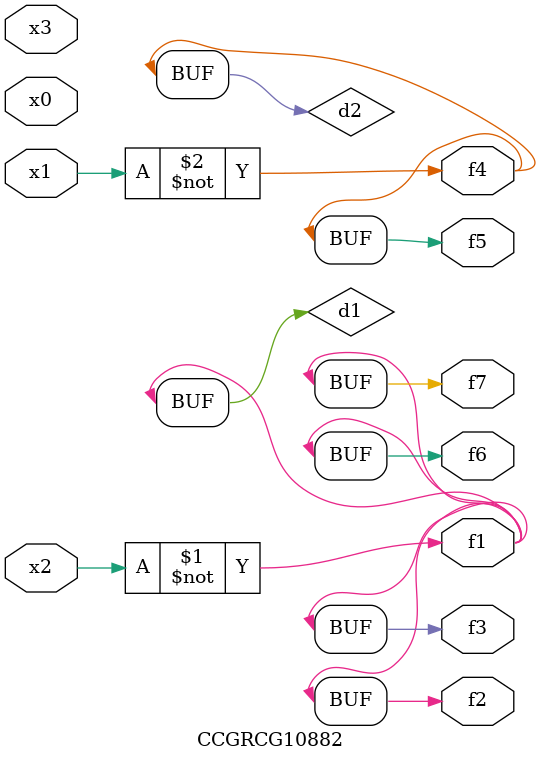
<source format=v>
module CCGRCG10882(
	input x0, x1, x2, x3,
	output f1, f2, f3, f4, f5, f6, f7
);

	wire d1, d2;

	xnor (d1, x2);
	not (d2, x1);
	assign f1 = d1;
	assign f2 = d1;
	assign f3 = d1;
	assign f4 = d2;
	assign f5 = d2;
	assign f6 = d1;
	assign f7 = d1;
endmodule

</source>
